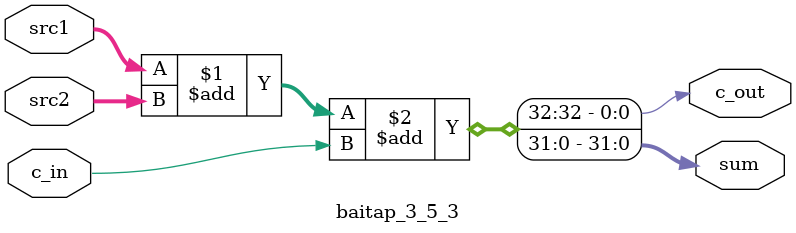
<source format=v>
module baitap_3_5_3(
	input [15:0] src1,
	input [15:0] src2,
	input c_in,
	output [31:0] sum,
	output c_out
);
	assign {c_out,sum} = src1 + src2 + c_in;
endmodule
	
</source>
